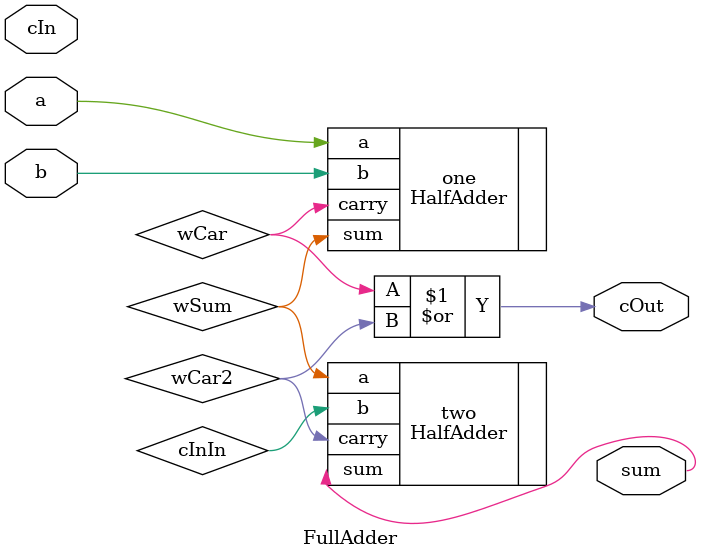
<source format=v>
`timescale 1ns / 1ps


module FullAdder(
    input a,
    input b,
    input cIn,
    output cOut,
    output sum
    );
    wire wCar,wSum,wCar2;
    HalfAdder one(
    .a(a),
    .b(b),
    .sum(wSum),
    .carry(wCar)
    );
    HalfAdder two(
    .a(wSum),
    .b(cInIn),
    .sum(sum),
    .carry(wCar2)
    );
    assign cOut=wCar|wCar2;
endmodule

</source>
